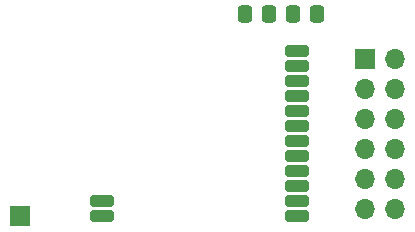
<source format=gbr>
%TF.GenerationSoftware,KiCad,Pcbnew,7.0.1*%
%TF.CreationDate,2023-04-28T09:54:53+02:00*%
%TF.ProjectId,AS4432_ANT,41533434-3332-45f4-914e-542e6b696361,rev?*%
%TF.SameCoordinates,Original*%
%TF.FileFunction,Soldermask,Top*%
%TF.FilePolarity,Negative*%
%FSLAX46Y46*%
G04 Gerber Fmt 4.6, Leading zero omitted, Abs format (unit mm)*
G04 Created by KiCad (PCBNEW 7.0.1) date 2023-04-28 09:54:53*
%MOMM*%
%LPD*%
G01*
G04 APERTURE LIST*
G04 Aperture macros list*
%AMRoundRect*
0 Rectangle with rounded corners*
0 $1 Rounding radius*
0 $2 $3 $4 $5 $6 $7 $8 $9 X,Y pos of 4 corners*
0 Add a 4 corners polygon primitive as box body*
4,1,4,$2,$3,$4,$5,$6,$7,$8,$9,$2,$3,0*
0 Add four circle primitives for the rounded corners*
1,1,$1+$1,$2,$3*
1,1,$1+$1,$4,$5*
1,1,$1+$1,$6,$7*
1,1,$1+$1,$8,$9*
0 Add four rect primitives between the rounded corners*
20,1,$1+$1,$2,$3,$4,$5,0*
20,1,$1+$1,$4,$5,$6,$7,0*
20,1,$1+$1,$6,$7,$8,$9,0*
20,1,$1+$1,$8,$9,$2,$3,0*%
G04 Aperture macros list end*
%ADD10R,1.700000X1.700000*%
%ADD11O,1.700000X1.700000*%
%ADD12RoundRect,0.250000X0.750000X0.250000X-0.750000X0.250000X-0.750000X-0.250000X0.750000X-0.250000X0*%
%ADD13RoundRect,0.250000X0.337500X0.475000X-0.337500X0.475000X-0.337500X-0.475000X0.337500X-0.475000X0*%
%ADD14RoundRect,0.250000X-0.337500X-0.475000X0.337500X-0.475000X0.337500X0.475000X-0.337500X0.475000X0*%
G04 APERTURE END LIST*
D10*
%TO.C,J1*%
X149860000Y-43180000D03*
D11*
X152400000Y-43180000D03*
X149860000Y-45720000D03*
X152400000Y-45720000D03*
X149860000Y-48260000D03*
X152400000Y-48260000D03*
X149860000Y-50800000D03*
X152400000Y-50800000D03*
X149860000Y-53340000D03*
X152400000Y-53340000D03*
X149860000Y-55880000D03*
X152400000Y-55880000D03*
%TD*%
D12*
%TO.C,U1*%
X144140000Y-42545000D03*
X144140000Y-43815000D03*
X144140000Y-45085000D03*
X144140000Y-46355000D03*
X144140000Y-47625000D03*
X144140000Y-48895000D03*
X144140000Y-50165000D03*
X144140000Y-51435000D03*
X144140000Y-52705000D03*
X144140000Y-53975000D03*
X144140000Y-55245000D03*
X144140000Y-56515000D03*
X127640000Y-56515000D03*
X127640000Y-55245000D03*
%TD*%
D13*
%TO.C,C1*%
X141775000Y-39370000D03*
X139700000Y-39370000D03*
%TD*%
D14*
%TO.C,C2*%
X143742500Y-39370000D03*
X145817500Y-39370000D03*
%TD*%
D10*
%TO.C,J2*%
X120650000Y-56515000D03*
%TD*%
M02*

</source>
